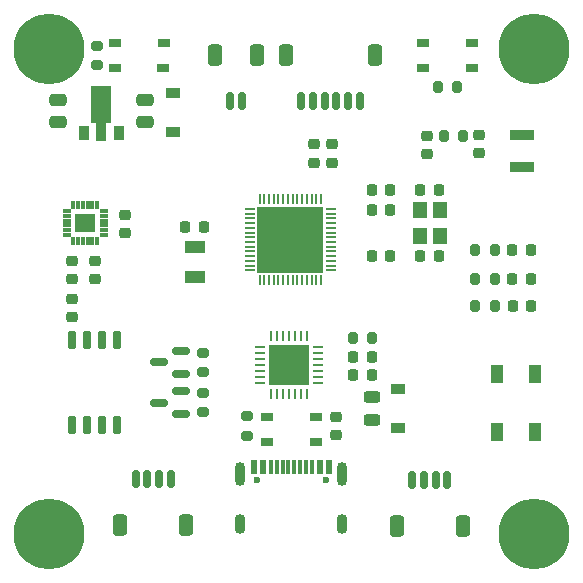
<source format=gbr>
%TF.GenerationSoftware,KiCad,Pcbnew,(6.0.0)*%
%TF.CreationDate,2022-11-20T17:05:32+07:00*%
%TF.ProjectId,ESP32-S3-MINI,45535033-322d-4533-932d-4d494e492e6b,rev?*%
%TF.SameCoordinates,Original*%
%TF.FileFunction,Soldermask,Top*%
%TF.FilePolarity,Negative*%
%FSLAX46Y46*%
G04 Gerber Fmt 4.6, Leading zero omitted, Abs format (unit mm)*
G04 Created by KiCad (PCBNEW (6.0.0)) date 2022-11-20 17:05:32*
%MOMM*%
%LPD*%
G01*
G04 APERTURE LIST*
G04 Aperture macros list*
%AMRoundRect*
0 Rectangle with rounded corners*
0 $1 Rounding radius*
0 $2 $3 $4 $5 $6 $7 $8 $9 X,Y pos of 4 corners*
0 Add a 4 corners polygon primitive as box body*
4,1,4,$2,$3,$4,$5,$6,$7,$8,$9,$2,$3,0*
0 Add four circle primitives for the rounded corners*
1,1,$1+$1,$2,$3*
1,1,$1+$1,$4,$5*
1,1,$1+$1,$6,$7*
1,1,$1+$1,$8,$9*
0 Add four rect primitives between the rounded corners*
20,1,$1+$1,$2,$3,$4,$5,0*
20,1,$1+$1,$4,$5,$6,$7,0*
20,1,$1+$1,$6,$7,$8,$9,0*
20,1,$1+$1,$8,$9,$2,$3,0*%
%AMFreePoly0*
4,1,9,3.862500,-0.866500,0.737500,-0.866500,0.737500,-0.450000,-0.737500,-0.450000,-0.737500,0.450000,0.737500,0.450000,0.737500,0.866500,3.862500,0.866500,3.862500,-0.866500,3.862500,-0.866500,$1*%
G04 Aperture macros list end*
%ADD10RoundRect,0.250000X-0.475000X0.250000X-0.475000X-0.250000X0.475000X-0.250000X0.475000X0.250000X0*%
%ADD11C,6.000000*%
%ADD12RoundRect,0.225000X-0.250000X0.225000X-0.250000X-0.225000X0.250000X-0.225000X0.250000X0.225000X0*%
%ADD13RoundRect,0.218750X0.218750X0.256250X-0.218750X0.256250X-0.218750X-0.256250X0.218750X-0.256250X0*%
%ADD14RoundRect,0.200000X0.200000X0.275000X-0.200000X0.275000X-0.200000X-0.275000X0.200000X-0.275000X0*%
%ADD15RoundRect,0.006600X-0.313400X-0.103400X0.313400X-0.103400X0.313400X0.103400X-0.313400X0.103400X0*%
%ADD16RoundRect,0.017600X-0.092400X-0.302400X0.092400X-0.302400X0.092400X0.302400X-0.092400X0.302400X0*%
%ADD17R,1.700000X1.540000*%
%ADD18RoundRect,0.225000X-0.225000X-0.250000X0.225000X-0.250000X0.225000X0.250000X-0.225000X0.250000X0*%
%ADD19R,1.000000X1.500000*%
%ADD20RoundRect,0.150000X0.587500X0.150000X-0.587500X0.150000X-0.587500X-0.150000X0.587500X-0.150000X0*%
%ADD21RoundRect,0.150000X-0.150000X-0.600000X0.150000X-0.600000X0.150000X0.600000X-0.150000X0.600000X0*%
%ADD22RoundRect,0.250000X-0.350000X-0.650000X0.350000X-0.650000X0.350000X0.650000X-0.350000X0.650000X0*%
%ADD23RoundRect,0.150000X0.150000X0.600000X-0.150000X0.600000X-0.150000X-0.600000X0.150000X-0.600000X0*%
%ADD24RoundRect,0.250000X0.350000X0.650000X-0.350000X0.650000X-0.350000X-0.650000X0.350000X-0.650000X0*%
%ADD25RoundRect,0.200000X0.275000X-0.200000X0.275000X0.200000X-0.275000X0.200000X-0.275000X-0.200000X0*%
%ADD26R,0.900000X1.300000*%
%ADD27FreePoly0,90.000000*%
%ADD28RoundRect,0.225000X0.225000X0.250000X-0.225000X0.250000X-0.225000X-0.250000X0.225000X-0.250000X0*%
%ADD29RoundRect,0.200000X-0.275000X0.200000X-0.275000X-0.200000X0.275000X-0.200000X0.275000X0.200000X0*%
%ADD30R,1.050000X0.650000*%
%ADD31RoundRect,0.225000X0.250000X-0.225000X0.250000X0.225000X-0.250000X0.225000X-0.250000X-0.225000X0*%
%ADD32RoundRect,0.062500X0.062500X-0.337500X0.062500X0.337500X-0.062500X0.337500X-0.062500X-0.337500X0*%
%ADD33RoundRect,0.062500X0.337500X-0.062500X0.337500X0.062500X-0.337500X0.062500X-0.337500X-0.062500X0*%
%ADD34R,3.350000X3.350000*%
%ADD35R,1.200000X1.400000*%
%ADD36RoundRect,0.150000X0.150000X-0.650000X0.150000X0.650000X-0.150000X0.650000X-0.150000X-0.650000X0*%
%ADD37RoundRect,0.200000X-0.200000X-0.275000X0.200000X-0.275000X0.200000X0.275000X-0.200000X0.275000X0*%
%ADD38R,1.200000X0.900000*%
%ADD39RoundRect,0.250000X0.475000X-0.250000X0.475000X0.250000X-0.475000X0.250000X-0.475000X-0.250000X0*%
%ADD40C,0.600000*%
%ADD41R,0.600000X1.160000*%
%ADD42R,0.300000X1.160000*%
%ADD43O,0.900000X1.700000*%
%ADD44O,0.900000X2.000000*%
%ADD45RoundRect,0.243750X0.456250X-0.243750X0.456250X0.243750X-0.456250X0.243750X-0.456250X-0.243750X0*%
%ADD46R,1.800000X1.000000*%
%ADD47R,2.000000X0.925000*%
%ADD48RoundRect,0.050000X-0.050000X0.387500X-0.050000X-0.387500X0.050000X-0.387500X0.050000X0.387500X0*%
%ADD49RoundRect,0.050000X-0.387500X0.050000X-0.387500X-0.050000X0.387500X-0.050000X0.387500X0.050000X0*%
%ADD50R,5.600000X5.600000*%
G04 APERTURE END LIST*
D10*
%TO.C,C16*%
X100200000Y-112750000D03*
X100200000Y-114650000D03*
%TD*%
D11*
%TO.C,H4*%
X99500000Y-149500000D03*
%TD*%
D12*
%TO.C,C10*%
X135900000Y-115725000D03*
X135900000Y-117275000D03*
%TD*%
D13*
%TO.C,D2*%
X140300000Y-130200000D03*
X138725000Y-130200000D03*
%TD*%
D14*
%TO.C,R6*%
X126850000Y-132900000D03*
X125200000Y-132900000D03*
%TD*%
D15*
%TO.C,U6*%
X101000000Y-122200000D03*
X101000000Y-122600000D03*
X101000000Y-123000000D03*
X101000000Y-123400000D03*
X101000000Y-123800000D03*
X101000000Y-124200000D03*
D16*
X101545000Y-124745000D03*
X101945000Y-124745000D03*
X102345000Y-124745000D03*
X102745000Y-124745000D03*
X103145000Y-124745000D03*
X103545000Y-124745000D03*
D15*
X104090000Y-124200000D03*
X104090000Y-123800000D03*
X104090000Y-123400000D03*
X104090000Y-123000000D03*
X104090000Y-122600000D03*
X104090000Y-122200000D03*
D16*
X103545000Y-121655000D03*
X103145000Y-121655000D03*
X102745000Y-121655000D03*
X102345000Y-121655000D03*
X101945000Y-121655000D03*
X101545000Y-121655000D03*
D17*
X102545000Y-123200000D03*
%TD*%
D18*
%TO.C,C6*%
X111025000Y-123500000D03*
X112575000Y-123500000D03*
%TD*%
D19*
%TO.C,D4*%
X137400000Y-140850000D03*
X140600000Y-140850000D03*
X140600000Y-135950000D03*
X137400000Y-135950000D03*
%TD*%
D20*
%TO.C,Q2*%
X110637500Y-139350000D03*
X110637500Y-137450000D03*
X108762500Y-138400000D03*
%TD*%
D12*
%TO.C,C14*%
X123800000Y-139625000D03*
X123800000Y-141175000D03*
%TD*%
D11*
%TO.C,H2*%
X140500000Y-108500000D03*
%TD*%
D14*
%TO.C,R7*%
X137225000Y-127900000D03*
X135575000Y-127900000D03*
%TD*%
D21*
%TO.C,J5*%
X106800000Y-144875000D03*
X107800000Y-144875000D03*
X108800000Y-144875000D03*
X109800000Y-144875000D03*
D22*
X105500000Y-148775000D03*
X111100000Y-148775000D03*
%TD*%
D23*
%TO.C,J2*%
X125800000Y-112870000D03*
X124800000Y-112870000D03*
X123800000Y-112870000D03*
X122800000Y-112870000D03*
X121800000Y-112870000D03*
X120800000Y-112870000D03*
D24*
X119500000Y-108970000D03*
X127100000Y-108970000D03*
%TD*%
D25*
%TO.C,R4*%
X112500000Y-139225000D03*
X112500000Y-137575000D03*
%TD*%
D20*
%TO.C,Q1*%
X110637500Y-135950000D03*
X110637500Y-134050000D03*
X108762500Y-135000000D03*
%TD*%
D26*
%TO.C,U5*%
X102400000Y-115550000D03*
D27*
X103900000Y-115462500D03*
D26*
X105400000Y-115550000D03*
%TD*%
D28*
%TO.C,C5*%
X128375000Y-126000000D03*
X126825000Y-126000000D03*
%TD*%
D29*
%TO.C,R5*%
X112500000Y-134175000D03*
X112500000Y-135825000D03*
%TD*%
D28*
%TO.C,C12*%
X126800000Y-136100000D03*
X125250000Y-136100000D03*
%TD*%
D23*
%TO.C,J4*%
X115800000Y-112870000D03*
X114800000Y-112870000D03*
D24*
X113500000Y-108970000D03*
X117100000Y-108970000D03*
%TD*%
D12*
%TO.C,C11*%
X131500000Y-115825000D03*
X131500000Y-117375000D03*
%TD*%
D18*
%TO.C,C7*%
X130925000Y-120400000D03*
X132475000Y-120400000D03*
%TD*%
D30*
%TO.C,SW1*%
X135275000Y-107925000D03*
X131125000Y-107925000D03*
X135250000Y-110075000D03*
X131125000Y-110075000D03*
%TD*%
D31*
%TO.C,C18*%
X103345000Y-127950000D03*
X103345000Y-126400000D03*
%TD*%
D32*
%TO.C,U4*%
X118300000Y-137650000D03*
X118800000Y-137650000D03*
X119300000Y-137650000D03*
X119800000Y-137650000D03*
X120300000Y-137650000D03*
X120800000Y-137650000D03*
X121300000Y-137650000D03*
D33*
X122250000Y-136700000D03*
X122250000Y-136200000D03*
X122250000Y-135700000D03*
X122250000Y-135200000D03*
X122250000Y-134700000D03*
X122250000Y-134200000D03*
X122250000Y-133700000D03*
D32*
X121300000Y-132750000D03*
X120800000Y-132750000D03*
X120300000Y-132750000D03*
X119800000Y-132750000D03*
X119300000Y-132750000D03*
X118800000Y-132750000D03*
X118300000Y-132750000D03*
D33*
X117350000Y-133700000D03*
X117350000Y-134200000D03*
X117350000Y-134700000D03*
X117350000Y-135200000D03*
X117350000Y-135700000D03*
X117350000Y-136200000D03*
X117350000Y-136700000D03*
D34*
X119800000Y-135200000D03*
%TD*%
D35*
%TO.C,Y2*%
X130850000Y-122100000D03*
X130850000Y-124300000D03*
X132550000Y-124300000D03*
X132550000Y-122100000D03*
%TD*%
D36*
%TO.C,U2*%
X101395000Y-140300000D03*
X102665000Y-140300000D03*
X103935000Y-140300000D03*
X105205000Y-140300000D03*
X105205000Y-133100000D03*
X103935000Y-133100000D03*
X102665000Y-133100000D03*
X101395000Y-133100000D03*
%TD*%
D11*
%TO.C,H1*%
X99500000Y-108500000D03*
%TD*%
D21*
%TO.C,J3*%
X130200000Y-144975000D03*
X131200000Y-144975000D03*
X132200000Y-144975000D03*
X133200000Y-144975000D03*
D22*
X134500000Y-148875000D03*
X128900000Y-148875000D03*
%TD*%
D37*
%TO.C,R2*%
X132375000Y-111700000D03*
X134025000Y-111700000D03*
%TD*%
D12*
%TO.C,C3*%
X121900000Y-116525000D03*
X121900000Y-118075000D03*
%TD*%
D13*
%TO.C,D6*%
X140287500Y-125500000D03*
X138712500Y-125500000D03*
%TD*%
D14*
%TO.C,R1*%
X134525000Y-115800000D03*
X132875000Y-115800000D03*
%TD*%
D38*
%TO.C,D5*%
X110000000Y-115450000D03*
X110000000Y-112150000D03*
%TD*%
D18*
%TO.C,C13*%
X125250000Y-134500000D03*
X126800000Y-134500000D03*
%TD*%
D12*
%TO.C,C19*%
X105945000Y-122525000D03*
X105945000Y-124075000D03*
%TD*%
D11*
%TO.C,H3*%
X140500000Y-149500000D03*
%TD*%
D12*
%TO.C,C4*%
X123400000Y-116525000D03*
X123400000Y-118075000D03*
%TD*%
D25*
%TO.C,R3*%
X103500000Y-109825000D03*
X103500000Y-108175000D03*
%TD*%
D28*
%TO.C,C1*%
X128375000Y-122100000D03*
X126825000Y-122100000D03*
%TD*%
%TO.C,C8*%
X132475000Y-126000000D03*
X130925000Y-126000000D03*
%TD*%
D38*
%TO.C,D3*%
X129000000Y-140550000D03*
X129000000Y-137250000D03*
%TD*%
D12*
%TO.C,C9*%
X101445000Y-129625000D03*
X101445000Y-131175000D03*
%TD*%
D30*
%TO.C,SW2*%
X105025000Y-107925000D03*
X109175000Y-107925000D03*
X105025000Y-110075000D03*
X109150000Y-110075000D03*
%TD*%
D39*
%TO.C,C15*%
X107600000Y-114650000D03*
X107600000Y-112750000D03*
%TD*%
D28*
%TO.C,C2*%
X128375000Y-120400000D03*
X126825000Y-120400000D03*
%TD*%
D13*
%TO.C,D1*%
X140287500Y-127900000D03*
X138712500Y-127900000D03*
%TD*%
D31*
%TO.C,C17*%
X101445000Y-127950000D03*
X101445000Y-126400000D03*
%TD*%
D14*
%TO.C,R10*%
X137225000Y-125500000D03*
X135575000Y-125500000D03*
%TD*%
D40*
%TO.C,J1*%
X122890000Y-144950000D03*
X117110000Y-144950000D03*
D41*
X116800000Y-143890000D03*
X117600000Y-143890000D03*
D42*
X118750000Y-143890000D03*
X119750000Y-143890000D03*
X120250000Y-143890000D03*
X121250000Y-143890000D03*
D41*
X122400000Y-143890000D03*
X123200000Y-143890000D03*
X123200000Y-143890000D03*
X122400000Y-143890000D03*
D42*
X121750000Y-143890000D03*
X120750000Y-143890000D03*
X119250000Y-143890000D03*
X118250000Y-143890000D03*
D41*
X117600000Y-143890000D03*
X116800000Y-143890000D03*
D43*
X115680000Y-148640000D03*
D44*
X115680000Y-144470000D03*
D43*
X124320000Y-148640000D03*
D44*
X124320000Y-144470000D03*
%TD*%
D45*
%TO.C,F1*%
X126800000Y-139837500D03*
X126800000Y-137962500D03*
%TD*%
D14*
%TO.C,R8*%
X137225000Y-130200000D03*
X135575000Y-130200000D03*
%TD*%
D30*
%TO.C,SW3*%
X122075000Y-141775000D03*
X117925000Y-141775000D03*
X117950000Y-139625000D03*
X122075000Y-139625000D03*
%TD*%
D25*
%TO.C,R9*%
X116200000Y-141225000D03*
X116200000Y-139575000D03*
%TD*%
D46*
%TO.C,Y1*%
X111800000Y-127750000D03*
X111800000Y-125250000D03*
%TD*%
D47*
%TO.C,U3*%
X139500000Y-115750000D03*
X139500000Y-118450000D03*
%TD*%
D48*
%TO.C,U1*%
X122500000Y-121162500D03*
X122100000Y-121162500D03*
X121700000Y-121162500D03*
X121300000Y-121162500D03*
X120900000Y-121162500D03*
X120500000Y-121162500D03*
X120100000Y-121162500D03*
X119700000Y-121162500D03*
X119300000Y-121162500D03*
X118900000Y-121162500D03*
X118500000Y-121162500D03*
X118100000Y-121162500D03*
X117700000Y-121162500D03*
X117300000Y-121162500D03*
D49*
X116462500Y-122000000D03*
X116462500Y-122400000D03*
X116462500Y-122800000D03*
X116462500Y-123200000D03*
X116462500Y-123600000D03*
X116462500Y-124000000D03*
X116462500Y-124400000D03*
X116462500Y-124800000D03*
X116462500Y-125200000D03*
X116462500Y-125600000D03*
X116462500Y-126000000D03*
X116462500Y-126400000D03*
X116462500Y-126800000D03*
X116462500Y-127200000D03*
D48*
X117300000Y-128037500D03*
X117700000Y-128037500D03*
X118100000Y-128037500D03*
X118500000Y-128037500D03*
X118900000Y-128037500D03*
X119300000Y-128037500D03*
X119700000Y-128037500D03*
X120100000Y-128037500D03*
X120500000Y-128037500D03*
X120900000Y-128037500D03*
X121300000Y-128037500D03*
X121700000Y-128037500D03*
X122100000Y-128037500D03*
X122500000Y-128037500D03*
D49*
X123337500Y-127200000D03*
X123337500Y-126800000D03*
X123337500Y-126400000D03*
X123337500Y-126000000D03*
X123337500Y-125600000D03*
X123337500Y-125200000D03*
X123337500Y-124800000D03*
X123337500Y-124400000D03*
X123337500Y-124000000D03*
X123337500Y-123600000D03*
X123337500Y-123200000D03*
X123337500Y-122800000D03*
X123337500Y-122400000D03*
X123337500Y-122000000D03*
D50*
X119900000Y-124600000D03*
%TD*%
M02*

</source>
